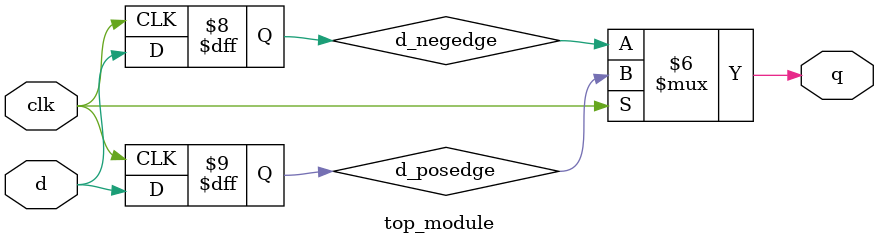
<source format=sv>
module top_module(
    input clk,
    input d,
    output reg q
);
    
    reg d_posedge;
    reg d_negedge;
    
    // Capture the value of D at the positive edge of the clock
    always @(posedge clk) begin
        d_posedge <= d;
    end
    
    // Capture the value of D at the negative edge of the clock
    always @(negedge clk) begin
        d_negedge <= d;
    end
    
    // Use a latch to capture data on both edges
    always @(clk or d_posedge or d_negedge) begin
        if (clk == 1'b1) begin
            q <= d_posedge;
        end else begin
            q <= d_negedge;
        end
    end
    
endmodule

</source>
